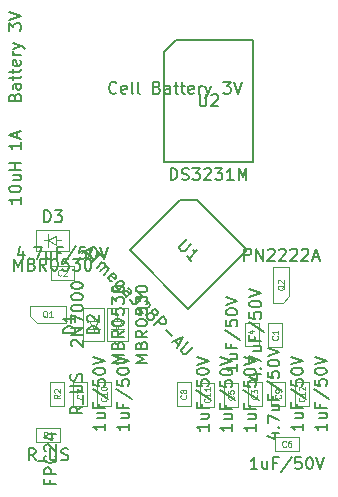
<source format=gbr>
G04 #@! TF.GenerationSoftware,KiCad,Pcbnew,5.0.2-bee76a0~70~ubuntu16.04.1*
G04 #@! TF.CreationDate,2019-03-15T02:00:50+08:00*
G04 #@! TF.ProjectId,OTP-v02,4f54502d-7630-4322-9e6b-696361645f70,v01*
G04 #@! TF.SameCoordinates,Original*
G04 #@! TF.FileFunction,Other,Fab,Top*
%FSLAX46Y46*%
G04 Gerber Fmt 4.6, Leading zero omitted, Abs format (unit mm)*
G04 Created by KiCad (PCBNEW 5.0.2-bee76a0~70~ubuntu16.04.1) date Friday, 15 March, 2019 02:00:50 AM PST*
%MOMM*%
%LPD*%
G01*
G04 APERTURE LIST*
%ADD10C,0.100000*%
%ADD11C,0.150000*%
%ADD12C,0.080000*%
%ADD13C,0.075000*%
G04 APERTURE END LIST*
D10*
G04 #@! TO.C,C11*
X122350000Y-92575000D02*
X122350000Y-94575000D01*
X121150000Y-92575000D02*
X122350000Y-92575000D01*
X121150000Y-94575000D02*
X121150000Y-92575000D01*
X122350000Y-94575000D02*
X121150000Y-94575000D01*
G04 #@! TO.C,C5*
X124350000Y-94575000D02*
X123150000Y-94575000D01*
X123150000Y-94575000D02*
X123150000Y-92575000D01*
X123150000Y-92575000D02*
X124350000Y-92575000D01*
X124350000Y-92575000D02*
X124350000Y-94575000D01*
G04 #@! TO.C,C1*
X126900000Y-89525000D02*
X126900000Y-87525000D01*
X128100000Y-89525000D02*
X126900000Y-89525000D01*
X128100000Y-87525000D02*
X128100000Y-89525000D01*
X126900000Y-87525000D02*
X128100000Y-87525000D01*
G04 #@! TO.C,C2*
X108475000Y-82650000D02*
X110475000Y-82650000D01*
X108475000Y-83850000D02*
X108475000Y-82650000D01*
X110475000Y-83850000D02*
X108475000Y-83850000D01*
X110475000Y-82650000D02*
X110475000Y-83850000D01*
G04 #@! TO.C,C3*
X126350000Y-94525000D02*
X125150000Y-94525000D01*
X125150000Y-94525000D02*
X125150000Y-92525000D01*
X125150000Y-92525000D02*
X126350000Y-92525000D01*
X126350000Y-92525000D02*
X126350000Y-94525000D01*
G04 #@! TO.C,C4*
X124900000Y-89475000D02*
X124900000Y-87475000D01*
X126100000Y-89475000D02*
X124900000Y-89475000D01*
X126100000Y-87475000D02*
X126100000Y-89475000D01*
X124900000Y-87475000D02*
X126100000Y-87475000D01*
G04 #@! TO.C,C6*
X127475000Y-98350000D02*
X127475000Y-97150000D01*
X127475000Y-97150000D02*
X129475000Y-97150000D01*
X129475000Y-97150000D02*
X129475000Y-98350000D01*
X129475000Y-98350000D02*
X127475000Y-98350000D01*
G04 #@! TO.C,C7*
X111600000Y-92500000D02*
X111600000Y-94500000D01*
X110400000Y-92500000D02*
X111600000Y-92500000D01*
X110400000Y-94500000D02*
X110400000Y-92500000D01*
X111600000Y-94500000D02*
X110400000Y-94500000D01*
G04 #@! TO.C,C9*
X128350000Y-92500000D02*
X128350000Y-94500000D01*
X127150000Y-92500000D02*
X128350000Y-92500000D01*
X127150000Y-94500000D02*
X127150000Y-92500000D01*
X128350000Y-94500000D02*
X127150000Y-94500000D01*
G04 #@! TO.C,C10*
X113600000Y-94500000D02*
X112400000Y-94500000D01*
X112400000Y-94500000D02*
X112400000Y-92500000D01*
X112400000Y-92500000D02*
X113600000Y-92500000D01*
X113600000Y-92500000D02*
X113600000Y-94500000D01*
G04 #@! TO.C,C12*
X130350000Y-94500000D02*
X129150000Y-94500000D01*
X129150000Y-94500000D02*
X129150000Y-92500000D01*
X129150000Y-92500000D02*
X130350000Y-92500000D01*
X130350000Y-92500000D02*
X130350000Y-94500000D01*
G04 #@! TO.C,D1*
X112117973Y-87362500D02*
X112117973Y-86862500D01*
X112517973Y-87362500D02*
X112117973Y-87962500D01*
X111717973Y-87362500D02*
X112517973Y-87362500D01*
X112117973Y-87962500D02*
X111717973Y-87362500D01*
X112117973Y-87962500D02*
X112667973Y-87962500D01*
X112117973Y-87962500D02*
X111567973Y-87962500D01*
X112117973Y-88362500D02*
X112117973Y-87962500D01*
X113017973Y-89012500D02*
X111217973Y-89012500D01*
X113017973Y-86212500D02*
X113017973Y-89012500D01*
X111217973Y-86212500D02*
X113017973Y-86212500D01*
X111217973Y-89012500D02*
X111217973Y-86212500D01*
G04 #@! TO.C,D2*
X113217973Y-89012500D02*
X113217973Y-86212500D01*
X113217973Y-86212500D02*
X115017973Y-86212500D01*
X115017973Y-86212500D02*
X115017973Y-89012500D01*
X115017973Y-89012500D02*
X113217973Y-89012500D01*
X114117973Y-88362500D02*
X114117973Y-87962500D01*
X114117973Y-87962500D02*
X113567973Y-87962500D01*
X114117973Y-87962500D02*
X114667973Y-87962500D01*
X114117973Y-87962500D02*
X113717973Y-87362500D01*
X113717973Y-87362500D02*
X114517973Y-87362500D01*
X114517973Y-87362500D02*
X114117973Y-87962500D01*
X114117973Y-87362500D02*
X114117973Y-86862500D01*
G04 #@! TO.C,D3*
X108900000Y-80500000D02*
X109400000Y-80500000D01*
X108900000Y-80900000D02*
X108300000Y-80500000D01*
X108900000Y-80100000D02*
X108900000Y-80900000D01*
X108300000Y-80500000D02*
X108900000Y-80100000D01*
X108300000Y-80500000D02*
X108300000Y-81050000D01*
X108300000Y-80500000D02*
X108300000Y-79950000D01*
X107900000Y-80500000D02*
X108300000Y-80500000D01*
X107250000Y-81400000D02*
X107250000Y-79600000D01*
X110050000Y-81400000D02*
X107250000Y-81400000D01*
X110050000Y-79600000D02*
X110050000Y-81400000D01*
X107250000Y-79600000D02*
X110050000Y-79600000D01*
G04 #@! TO.C,Q1*
X109770000Y-87450000D02*
X109770000Y-86050000D01*
X106730000Y-86050000D02*
X109770000Y-86050000D01*
X107300000Y-87450000D02*
X106730000Y-86900000D01*
X106730000Y-86900000D02*
X106730000Y-86050000D01*
X107300000Y-87450000D02*
X109750000Y-87450000D01*
G04 #@! TO.C,Q2*
X128700000Y-85200000D02*
X128700000Y-82750000D01*
X128150000Y-85770000D02*
X127300000Y-85770000D01*
X128700000Y-85200000D02*
X128150000Y-85770000D01*
X127300000Y-85770000D02*
X127300000Y-82730000D01*
X128700000Y-82730000D02*
X127300000Y-82730000D01*
G04 #@! TO.C,R1*
X109275000Y-97600000D02*
X107275000Y-97600000D01*
X109275000Y-96400000D02*
X109275000Y-97600000D01*
X107275000Y-96400000D02*
X109275000Y-96400000D01*
X107275000Y-97600000D02*
X107275000Y-96400000D01*
G04 #@! TO.C,R2*
X109648524Y-94488636D02*
X108448524Y-94488636D01*
X108448524Y-94488636D02*
X108448524Y-92488636D01*
X108448524Y-92488636D02*
X109648524Y-92488636D01*
X109648524Y-92488636D02*
X109648524Y-94488636D01*
D11*
G04 #@! TO.C,U1*
X120853375Y-77100683D02*
X125096015Y-81343324D01*
X125096015Y-81343324D02*
X120146268Y-86293071D01*
X120146268Y-86293071D02*
X115196521Y-81343324D01*
X115196521Y-81343324D02*
X119439161Y-77100683D01*
X119439161Y-77100683D02*
X120853375Y-77100683D01*
G04 #@! TO.C,U2*
X119100000Y-63525000D02*
X125600000Y-63525000D01*
X125600000Y-63525000D02*
X125600000Y-73825000D01*
X125600000Y-73825000D02*
X118100000Y-73825000D01*
X118100000Y-73825000D02*
X118100000Y-64525000D01*
X118100000Y-64525000D02*
X119100000Y-63525000D01*
D10*
G04 #@! TO.C,C8*
X120350000Y-94525000D02*
X119150000Y-94525000D01*
X119150000Y-94525000D02*
X119150000Y-92525000D01*
X119150000Y-92525000D02*
X120350000Y-92525000D01*
X120350000Y-92525000D02*
X120350000Y-94525000D01*
G04 #@! TD*
G04 #@! TO.C,J1*
D11*
X108428571Y-100809523D02*
X108428571Y-101142857D01*
X108952380Y-101142857D02*
X107952380Y-101142857D01*
X107952380Y-100666666D01*
X108952380Y-100285714D02*
X107952380Y-100285714D01*
X107952380Y-99904761D01*
X108000000Y-99809523D01*
X108047619Y-99761904D01*
X108142857Y-99714285D01*
X108285714Y-99714285D01*
X108380952Y-99761904D01*
X108428571Y-99809523D01*
X108476190Y-99904761D01*
X108476190Y-100285714D01*
X108857142Y-98714285D02*
X108904761Y-98761904D01*
X108952380Y-98904761D01*
X108952380Y-99000000D01*
X108904761Y-99142857D01*
X108809523Y-99238095D01*
X108714285Y-99285714D01*
X108523809Y-99333333D01*
X108380952Y-99333333D01*
X108190476Y-99285714D01*
X108095238Y-99238095D01*
X108000000Y-99142857D01*
X107952380Y-99000000D01*
X107952380Y-98904761D01*
X108000000Y-98761904D01*
X108047619Y-98714285D01*
X108047619Y-98333333D02*
X108000000Y-98285714D01*
X107952380Y-98190476D01*
X107952380Y-97952380D01*
X108000000Y-97857142D01*
X108047619Y-97809523D01*
X108142857Y-97761904D01*
X108238095Y-97761904D01*
X108380952Y-97809523D01*
X108952380Y-98380952D01*
X108952380Y-97761904D01*
X108285714Y-96904761D02*
X108952380Y-96904761D01*
X107904761Y-97142857D02*
X108619047Y-97380952D01*
X108619047Y-96761904D01*
G04 #@! TO.C,C11*
X123852380Y-96075000D02*
X123852380Y-96646428D01*
X123852380Y-96360714D02*
X122852380Y-96360714D01*
X122995238Y-96455952D01*
X123090476Y-96551190D01*
X123138095Y-96646428D01*
X123185714Y-95217857D02*
X123852380Y-95217857D01*
X123185714Y-95646428D02*
X123709523Y-95646428D01*
X123804761Y-95598809D01*
X123852380Y-95503571D01*
X123852380Y-95360714D01*
X123804761Y-95265476D01*
X123757142Y-95217857D01*
X123328571Y-94408333D02*
X123328571Y-94741666D01*
X123852380Y-94741666D02*
X122852380Y-94741666D01*
X122852380Y-94265476D01*
X122804761Y-93170238D02*
X124090476Y-94027380D01*
X122852380Y-92360714D02*
X122852380Y-92836904D01*
X123328571Y-92884523D01*
X123280952Y-92836904D01*
X123233333Y-92741666D01*
X123233333Y-92503571D01*
X123280952Y-92408333D01*
X123328571Y-92360714D01*
X123423809Y-92313095D01*
X123661904Y-92313095D01*
X123757142Y-92360714D01*
X123804761Y-92408333D01*
X123852380Y-92503571D01*
X123852380Y-92741666D01*
X123804761Y-92836904D01*
X123757142Y-92884523D01*
X122852380Y-91694047D02*
X122852380Y-91598809D01*
X122900000Y-91503571D01*
X122947619Y-91455952D01*
X123042857Y-91408333D01*
X123233333Y-91360714D01*
X123471428Y-91360714D01*
X123661904Y-91408333D01*
X123757142Y-91455952D01*
X123804761Y-91503571D01*
X123852380Y-91598809D01*
X123852380Y-91694047D01*
X123804761Y-91789285D01*
X123757142Y-91836904D01*
X123661904Y-91884523D01*
X123471428Y-91932142D01*
X123233333Y-91932142D01*
X123042857Y-91884523D01*
X122947619Y-91836904D01*
X122900000Y-91789285D01*
X122852380Y-91694047D01*
X122852380Y-91075000D02*
X123852380Y-90741666D01*
X122852380Y-90408333D01*
D12*
X121928571Y-93896428D02*
X121952380Y-93920238D01*
X121976190Y-93991666D01*
X121976190Y-94039285D01*
X121952380Y-94110714D01*
X121904761Y-94158333D01*
X121857142Y-94182142D01*
X121761904Y-94205952D01*
X121690476Y-94205952D01*
X121595238Y-94182142D01*
X121547619Y-94158333D01*
X121500000Y-94110714D01*
X121476190Y-94039285D01*
X121476190Y-93991666D01*
X121500000Y-93920238D01*
X121523809Y-93896428D01*
X121976190Y-93420238D02*
X121976190Y-93705952D01*
X121976190Y-93563095D02*
X121476190Y-93563095D01*
X121547619Y-93610714D01*
X121595238Y-93658333D01*
X121619047Y-93705952D01*
X121976190Y-92944047D02*
X121976190Y-93229761D01*
X121976190Y-93086904D02*
X121476190Y-93086904D01*
X121547619Y-93134523D01*
X121595238Y-93182142D01*
X121619047Y-93229761D01*
G04 #@! TO.C,C5*
D11*
X125852380Y-96075000D02*
X125852380Y-96646428D01*
X125852380Y-96360714D02*
X124852380Y-96360714D01*
X124995238Y-96455952D01*
X125090476Y-96551190D01*
X125138095Y-96646428D01*
X125185714Y-95217857D02*
X125852380Y-95217857D01*
X125185714Y-95646428D02*
X125709523Y-95646428D01*
X125804761Y-95598809D01*
X125852380Y-95503571D01*
X125852380Y-95360714D01*
X125804761Y-95265476D01*
X125757142Y-95217857D01*
X125328571Y-94408333D02*
X125328571Y-94741666D01*
X125852380Y-94741666D02*
X124852380Y-94741666D01*
X124852380Y-94265476D01*
X124804761Y-93170238D02*
X126090476Y-94027380D01*
X124852380Y-92360714D02*
X124852380Y-92836904D01*
X125328571Y-92884523D01*
X125280952Y-92836904D01*
X125233333Y-92741666D01*
X125233333Y-92503571D01*
X125280952Y-92408333D01*
X125328571Y-92360714D01*
X125423809Y-92313095D01*
X125661904Y-92313095D01*
X125757142Y-92360714D01*
X125804761Y-92408333D01*
X125852380Y-92503571D01*
X125852380Y-92741666D01*
X125804761Y-92836904D01*
X125757142Y-92884523D01*
X124852380Y-91694047D02*
X124852380Y-91598809D01*
X124900000Y-91503571D01*
X124947619Y-91455952D01*
X125042857Y-91408333D01*
X125233333Y-91360714D01*
X125471428Y-91360714D01*
X125661904Y-91408333D01*
X125757142Y-91455952D01*
X125804761Y-91503571D01*
X125852380Y-91598809D01*
X125852380Y-91694047D01*
X125804761Y-91789285D01*
X125757142Y-91836904D01*
X125661904Y-91884523D01*
X125471428Y-91932142D01*
X125233333Y-91932142D01*
X125042857Y-91884523D01*
X124947619Y-91836904D01*
X124900000Y-91789285D01*
X124852380Y-91694047D01*
X124852380Y-91075000D02*
X125852380Y-90741666D01*
X124852380Y-90408333D01*
D12*
X123928571Y-93658333D02*
X123952380Y-93682142D01*
X123976190Y-93753571D01*
X123976190Y-93801190D01*
X123952380Y-93872619D01*
X123904761Y-93920238D01*
X123857142Y-93944047D01*
X123761904Y-93967857D01*
X123690476Y-93967857D01*
X123595238Y-93944047D01*
X123547619Y-93920238D01*
X123500000Y-93872619D01*
X123476190Y-93801190D01*
X123476190Y-93753571D01*
X123500000Y-93682142D01*
X123523809Y-93658333D01*
X123476190Y-93205952D02*
X123476190Y-93444047D01*
X123714285Y-93467857D01*
X123690476Y-93444047D01*
X123666666Y-93396428D01*
X123666666Y-93277380D01*
X123690476Y-93229761D01*
X123714285Y-93205952D01*
X123761904Y-93182142D01*
X123880952Y-93182142D01*
X123928571Y-93205952D01*
X123952380Y-93229761D01*
X123976190Y-93277380D01*
X123976190Y-93396428D01*
X123952380Y-93444047D01*
X123928571Y-93467857D01*
G04 #@! TO.C,BT1*
D11*
X105428571Y-68357142D02*
X105476190Y-68214285D01*
X105523809Y-68166666D01*
X105619047Y-68119047D01*
X105761904Y-68119047D01*
X105857142Y-68166666D01*
X105904761Y-68214285D01*
X105952380Y-68309523D01*
X105952380Y-68690476D01*
X104952380Y-68690476D01*
X104952380Y-68357142D01*
X105000000Y-68261904D01*
X105047619Y-68214285D01*
X105142857Y-68166666D01*
X105238095Y-68166666D01*
X105333333Y-68214285D01*
X105380952Y-68261904D01*
X105428571Y-68357142D01*
X105428571Y-68690476D01*
X105952380Y-67261904D02*
X105428571Y-67261904D01*
X105333333Y-67309523D01*
X105285714Y-67404761D01*
X105285714Y-67595238D01*
X105333333Y-67690476D01*
X105904761Y-67261904D02*
X105952380Y-67357142D01*
X105952380Y-67595238D01*
X105904761Y-67690476D01*
X105809523Y-67738095D01*
X105714285Y-67738095D01*
X105619047Y-67690476D01*
X105571428Y-67595238D01*
X105571428Y-67357142D01*
X105523809Y-67261904D01*
X105285714Y-66928571D02*
X105285714Y-66547619D01*
X104952380Y-66785714D02*
X105809523Y-66785714D01*
X105904761Y-66738095D01*
X105952380Y-66642857D01*
X105952380Y-66547619D01*
X105285714Y-66357142D02*
X105285714Y-65976190D01*
X104952380Y-66214285D02*
X105809523Y-66214285D01*
X105904761Y-66166666D01*
X105952380Y-66071428D01*
X105952380Y-65976190D01*
X105904761Y-65261904D02*
X105952380Y-65357142D01*
X105952380Y-65547619D01*
X105904761Y-65642857D01*
X105809523Y-65690476D01*
X105428571Y-65690476D01*
X105333333Y-65642857D01*
X105285714Y-65547619D01*
X105285714Y-65357142D01*
X105333333Y-65261904D01*
X105428571Y-65214285D01*
X105523809Y-65214285D01*
X105619047Y-65690476D01*
X105952380Y-64785714D02*
X105285714Y-64785714D01*
X105476190Y-64785714D02*
X105380952Y-64738095D01*
X105333333Y-64690476D01*
X105285714Y-64595238D01*
X105285714Y-64500000D01*
X105285714Y-64261904D02*
X105952380Y-64023809D01*
X105285714Y-63785714D02*
X105952380Y-64023809D01*
X106190476Y-64119047D01*
X106238095Y-64166666D01*
X106285714Y-64261904D01*
X104952380Y-62738095D02*
X104952380Y-62119047D01*
X105333333Y-62452380D01*
X105333333Y-62309523D01*
X105380952Y-62214285D01*
X105428571Y-62166666D01*
X105523809Y-62119047D01*
X105761904Y-62119047D01*
X105857142Y-62166666D01*
X105904761Y-62214285D01*
X105952380Y-62309523D01*
X105952380Y-62595238D01*
X105904761Y-62690476D01*
X105857142Y-62738095D01*
X104952380Y-61833333D02*
X105952380Y-61500000D01*
X104952380Y-61166666D01*
G04 #@! TO.C,BT2*
X114057619Y-67977142D02*
X114010000Y-68024761D01*
X113867142Y-68072380D01*
X113771904Y-68072380D01*
X113629047Y-68024761D01*
X113533809Y-67929523D01*
X113486190Y-67834285D01*
X113438571Y-67643809D01*
X113438571Y-67500952D01*
X113486190Y-67310476D01*
X113533809Y-67215238D01*
X113629047Y-67120000D01*
X113771904Y-67072380D01*
X113867142Y-67072380D01*
X114010000Y-67120000D01*
X114057619Y-67167619D01*
X114867142Y-68024761D02*
X114771904Y-68072380D01*
X114581428Y-68072380D01*
X114486190Y-68024761D01*
X114438571Y-67929523D01*
X114438571Y-67548571D01*
X114486190Y-67453333D01*
X114581428Y-67405714D01*
X114771904Y-67405714D01*
X114867142Y-67453333D01*
X114914761Y-67548571D01*
X114914761Y-67643809D01*
X114438571Y-67739047D01*
X115486190Y-68072380D02*
X115390952Y-68024761D01*
X115343333Y-67929523D01*
X115343333Y-67072380D01*
X116010000Y-68072380D02*
X115914761Y-68024761D01*
X115867142Y-67929523D01*
X115867142Y-67072380D01*
X117486190Y-67548571D02*
X117629047Y-67596190D01*
X117676666Y-67643809D01*
X117724285Y-67739047D01*
X117724285Y-67881904D01*
X117676666Y-67977142D01*
X117629047Y-68024761D01*
X117533809Y-68072380D01*
X117152857Y-68072380D01*
X117152857Y-67072380D01*
X117486190Y-67072380D01*
X117581428Y-67120000D01*
X117629047Y-67167619D01*
X117676666Y-67262857D01*
X117676666Y-67358095D01*
X117629047Y-67453333D01*
X117581428Y-67500952D01*
X117486190Y-67548571D01*
X117152857Y-67548571D01*
X118581428Y-68072380D02*
X118581428Y-67548571D01*
X118533809Y-67453333D01*
X118438571Y-67405714D01*
X118248095Y-67405714D01*
X118152857Y-67453333D01*
X118581428Y-68024761D02*
X118486190Y-68072380D01*
X118248095Y-68072380D01*
X118152857Y-68024761D01*
X118105238Y-67929523D01*
X118105238Y-67834285D01*
X118152857Y-67739047D01*
X118248095Y-67691428D01*
X118486190Y-67691428D01*
X118581428Y-67643809D01*
X118914761Y-67405714D02*
X119295714Y-67405714D01*
X119057619Y-67072380D02*
X119057619Y-67929523D01*
X119105238Y-68024761D01*
X119200476Y-68072380D01*
X119295714Y-68072380D01*
X119486190Y-67405714D02*
X119867142Y-67405714D01*
X119629047Y-67072380D02*
X119629047Y-67929523D01*
X119676666Y-68024761D01*
X119771904Y-68072380D01*
X119867142Y-68072380D01*
X120581428Y-68024761D02*
X120486190Y-68072380D01*
X120295714Y-68072380D01*
X120200476Y-68024761D01*
X120152857Y-67929523D01*
X120152857Y-67548571D01*
X120200476Y-67453333D01*
X120295714Y-67405714D01*
X120486190Y-67405714D01*
X120581428Y-67453333D01*
X120629047Y-67548571D01*
X120629047Y-67643809D01*
X120152857Y-67739047D01*
X121057619Y-68072380D02*
X121057619Y-67405714D01*
X121057619Y-67596190D02*
X121105238Y-67500952D01*
X121152857Y-67453333D01*
X121248095Y-67405714D01*
X121343333Y-67405714D01*
X121581428Y-67405714D02*
X121819523Y-68072380D01*
X122057619Y-67405714D02*
X121819523Y-68072380D01*
X121724285Y-68310476D01*
X121676666Y-68358095D01*
X121581428Y-68405714D01*
X123105238Y-67072380D02*
X123724285Y-67072380D01*
X123390952Y-67453333D01*
X123533809Y-67453333D01*
X123629047Y-67500952D01*
X123676666Y-67548571D01*
X123724285Y-67643809D01*
X123724285Y-67881904D01*
X123676666Y-67977142D01*
X123629047Y-68024761D01*
X123533809Y-68072380D01*
X123248095Y-68072380D01*
X123152857Y-68024761D01*
X123105238Y-67977142D01*
X124010000Y-67072380D02*
X124343333Y-68072380D01*
X124676666Y-67072380D01*
G04 #@! TO.C,C1*
X125635714Y-91834523D02*
X126302380Y-91834523D01*
X125254761Y-92072619D02*
X125969047Y-92310714D01*
X125969047Y-91691666D01*
X126207142Y-91310714D02*
X126254761Y-91263095D01*
X126302380Y-91310714D01*
X126254761Y-91358333D01*
X126207142Y-91310714D01*
X126302380Y-91310714D01*
X125302380Y-90929761D02*
X125302380Y-90263095D01*
X126302380Y-90691666D01*
X125635714Y-89453571D02*
X126302380Y-89453571D01*
X125635714Y-89882142D02*
X126159523Y-89882142D01*
X126254761Y-89834523D01*
X126302380Y-89739285D01*
X126302380Y-89596428D01*
X126254761Y-89501190D01*
X126207142Y-89453571D01*
X125778571Y-88644047D02*
X125778571Y-88977380D01*
X126302380Y-88977380D02*
X125302380Y-88977380D01*
X125302380Y-88501190D01*
X125254761Y-87405952D02*
X126540476Y-88263095D01*
X125302380Y-86596428D02*
X125302380Y-87072619D01*
X125778571Y-87120238D01*
X125730952Y-87072619D01*
X125683333Y-86977380D01*
X125683333Y-86739285D01*
X125730952Y-86644047D01*
X125778571Y-86596428D01*
X125873809Y-86548809D01*
X126111904Y-86548809D01*
X126207142Y-86596428D01*
X126254761Y-86644047D01*
X126302380Y-86739285D01*
X126302380Y-86977380D01*
X126254761Y-87072619D01*
X126207142Y-87120238D01*
X125302380Y-85929761D02*
X125302380Y-85834523D01*
X125350000Y-85739285D01*
X125397619Y-85691666D01*
X125492857Y-85644047D01*
X125683333Y-85596428D01*
X125921428Y-85596428D01*
X126111904Y-85644047D01*
X126207142Y-85691666D01*
X126254761Y-85739285D01*
X126302380Y-85834523D01*
X126302380Y-85929761D01*
X126254761Y-86025000D01*
X126207142Y-86072619D01*
X126111904Y-86120238D01*
X125921428Y-86167857D01*
X125683333Y-86167857D01*
X125492857Y-86120238D01*
X125397619Y-86072619D01*
X125350000Y-86025000D01*
X125302380Y-85929761D01*
X125302380Y-85310714D02*
X126302380Y-84977380D01*
X125302380Y-84644047D01*
D12*
X127678571Y-88608333D02*
X127702380Y-88632142D01*
X127726190Y-88703571D01*
X127726190Y-88751190D01*
X127702380Y-88822619D01*
X127654761Y-88870238D01*
X127607142Y-88894047D01*
X127511904Y-88917857D01*
X127440476Y-88917857D01*
X127345238Y-88894047D01*
X127297619Y-88870238D01*
X127250000Y-88822619D01*
X127226190Y-88751190D01*
X127226190Y-88703571D01*
X127250000Y-88632142D01*
X127273809Y-88608333D01*
X127726190Y-88132142D02*
X127726190Y-88417857D01*
X127726190Y-88275000D02*
X127226190Y-88275000D01*
X127297619Y-88322619D01*
X127345238Y-88370238D01*
X127369047Y-88417857D01*
G04 #@! TO.C,C2*
D11*
X106165476Y-81385714D02*
X106165476Y-82052380D01*
X105927380Y-81004761D02*
X105689285Y-81719047D01*
X106308333Y-81719047D01*
X106689285Y-81957142D02*
X106736904Y-82004761D01*
X106689285Y-82052380D01*
X106641666Y-82004761D01*
X106689285Y-81957142D01*
X106689285Y-82052380D01*
X107070238Y-81052380D02*
X107736904Y-81052380D01*
X107308333Y-82052380D01*
X108546428Y-81385714D02*
X108546428Y-82052380D01*
X108117857Y-81385714D02*
X108117857Y-81909523D01*
X108165476Y-82004761D01*
X108260714Y-82052380D01*
X108403571Y-82052380D01*
X108498809Y-82004761D01*
X108546428Y-81957142D01*
X109355952Y-81528571D02*
X109022619Y-81528571D01*
X109022619Y-82052380D02*
X109022619Y-81052380D01*
X109498809Y-81052380D01*
X110594047Y-81004761D02*
X109736904Y-82290476D01*
X111403571Y-81052380D02*
X110927380Y-81052380D01*
X110879761Y-81528571D01*
X110927380Y-81480952D01*
X111022619Y-81433333D01*
X111260714Y-81433333D01*
X111355952Y-81480952D01*
X111403571Y-81528571D01*
X111451190Y-81623809D01*
X111451190Y-81861904D01*
X111403571Y-81957142D01*
X111355952Y-82004761D01*
X111260714Y-82052380D01*
X111022619Y-82052380D01*
X110927380Y-82004761D01*
X110879761Y-81957142D01*
X112070238Y-81052380D02*
X112165476Y-81052380D01*
X112260714Y-81100000D01*
X112308333Y-81147619D01*
X112355952Y-81242857D01*
X112403571Y-81433333D01*
X112403571Y-81671428D01*
X112355952Y-81861904D01*
X112308333Y-81957142D01*
X112260714Y-82004761D01*
X112165476Y-82052380D01*
X112070238Y-82052380D01*
X111975000Y-82004761D01*
X111927380Y-81957142D01*
X111879761Y-81861904D01*
X111832142Y-81671428D01*
X111832142Y-81433333D01*
X111879761Y-81242857D01*
X111927380Y-81147619D01*
X111975000Y-81100000D01*
X112070238Y-81052380D01*
X112689285Y-81052380D02*
X113022619Y-82052380D01*
X113355952Y-81052380D01*
D12*
X109391666Y-83428571D02*
X109367857Y-83452380D01*
X109296428Y-83476190D01*
X109248809Y-83476190D01*
X109177380Y-83452380D01*
X109129761Y-83404761D01*
X109105952Y-83357142D01*
X109082142Y-83261904D01*
X109082142Y-83190476D01*
X109105952Y-83095238D01*
X109129761Y-83047619D01*
X109177380Y-83000000D01*
X109248809Y-82976190D01*
X109296428Y-82976190D01*
X109367857Y-83000000D01*
X109391666Y-83023809D01*
X109582142Y-83023809D02*
X109605952Y-83000000D01*
X109653571Y-82976190D01*
X109772619Y-82976190D01*
X109820238Y-83000000D01*
X109844047Y-83023809D01*
X109867857Y-83071428D01*
X109867857Y-83119047D01*
X109844047Y-83190476D01*
X109558333Y-83476190D01*
X109867857Y-83476190D01*
G04 #@! TO.C,C3*
D11*
X127185714Y-96834523D02*
X127852380Y-96834523D01*
X126804761Y-97072619D02*
X127519047Y-97310714D01*
X127519047Y-96691666D01*
X127757142Y-96310714D02*
X127804761Y-96263095D01*
X127852380Y-96310714D01*
X127804761Y-96358333D01*
X127757142Y-96310714D01*
X127852380Y-96310714D01*
X126852380Y-95929761D02*
X126852380Y-95263095D01*
X127852380Y-95691666D01*
X127185714Y-94453571D02*
X127852380Y-94453571D01*
X127185714Y-94882142D02*
X127709523Y-94882142D01*
X127804761Y-94834523D01*
X127852380Y-94739285D01*
X127852380Y-94596428D01*
X127804761Y-94501190D01*
X127757142Y-94453571D01*
X127328571Y-93644047D02*
X127328571Y-93977380D01*
X127852380Y-93977380D02*
X126852380Y-93977380D01*
X126852380Y-93501190D01*
X126804761Y-92405952D02*
X128090476Y-93263095D01*
X126852380Y-91596428D02*
X126852380Y-92072619D01*
X127328571Y-92120238D01*
X127280952Y-92072619D01*
X127233333Y-91977380D01*
X127233333Y-91739285D01*
X127280952Y-91644047D01*
X127328571Y-91596428D01*
X127423809Y-91548809D01*
X127661904Y-91548809D01*
X127757142Y-91596428D01*
X127804761Y-91644047D01*
X127852380Y-91739285D01*
X127852380Y-91977380D01*
X127804761Y-92072619D01*
X127757142Y-92120238D01*
X126852380Y-90929761D02*
X126852380Y-90834523D01*
X126900000Y-90739285D01*
X126947619Y-90691666D01*
X127042857Y-90644047D01*
X127233333Y-90596428D01*
X127471428Y-90596428D01*
X127661904Y-90644047D01*
X127757142Y-90691666D01*
X127804761Y-90739285D01*
X127852380Y-90834523D01*
X127852380Y-90929761D01*
X127804761Y-91025000D01*
X127757142Y-91072619D01*
X127661904Y-91120238D01*
X127471428Y-91167857D01*
X127233333Y-91167857D01*
X127042857Y-91120238D01*
X126947619Y-91072619D01*
X126900000Y-91025000D01*
X126852380Y-90929761D01*
X126852380Y-90310714D02*
X127852380Y-89977380D01*
X126852380Y-89644047D01*
D12*
X125928571Y-93608333D02*
X125952380Y-93632142D01*
X125976190Y-93703571D01*
X125976190Y-93751190D01*
X125952380Y-93822619D01*
X125904761Y-93870238D01*
X125857142Y-93894047D01*
X125761904Y-93917857D01*
X125690476Y-93917857D01*
X125595238Y-93894047D01*
X125547619Y-93870238D01*
X125500000Y-93822619D01*
X125476190Y-93751190D01*
X125476190Y-93703571D01*
X125500000Y-93632142D01*
X125523809Y-93608333D01*
X125476190Y-93441666D02*
X125476190Y-93132142D01*
X125666666Y-93298809D01*
X125666666Y-93227380D01*
X125690476Y-93179761D01*
X125714285Y-93155952D01*
X125761904Y-93132142D01*
X125880952Y-93132142D01*
X125928571Y-93155952D01*
X125952380Y-93179761D01*
X125976190Y-93227380D01*
X125976190Y-93370238D01*
X125952380Y-93417857D01*
X125928571Y-93441666D01*
G04 #@! TO.C,C4*
D11*
X124302380Y-90975000D02*
X124302380Y-91546428D01*
X124302380Y-91260714D02*
X123302380Y-91260714D01*
X123445238Y-91355952D01*
X123540476Y-91451190D01*
X123588095Y-91546428D01*
X123635714Y-90117857D02*
X124302380Y-90117857D01*
X123635714Y-90546428D02*
X124159523Y-90546428D01*
X124254761Y-90498809D01*
X124302380Y-90403571D01*
X124302380Y-90260714D01*
X124254761Y-90165476D01*
X124207142Y-90117857D01*
X123778571Y-89308333D02*
X123778571Y-89641666D01*
X124302380Y-89641666D02*
X123302380Y-89641666D01*
X123302380Y-89165476D01*
X123254761Y-88070238D02*
X124540476Y-88927380D01*
X123302380Y-87260714D02*
X123302380Y-87736904D01*
X123778571Y-87784523D01*
X123730952Y-87736904D01*
X123683333Y-87641666D01*
X123683333Y-87403571D01*
X123730952Y-87308333D01*
X123778571Y-87260714D01*
X123873809Y-87213095D01*
X124111904Y-87213095D01*
X124207142Y-87260714D01*
X124254761Y-87308333D01*
X124302380Y-87403571D01*
X124302380Y-87641666D01*
X124254761Y-87736904D01*
X124207142Y-87784523D01*
X123302380Y-86594047D02*
X123302380Y-86498809D01*
X123350000Y-86403571D01*
X123397619Y-86355952D01*
X123492857Y-86308333D01*
X123683333Y-86260714D01*
X123921428Y-86260714D01*
X124111904Y-86308333D01*
X124207142Y-86355952D01*
X124254761Y-86403571D01*
X124302380Y-86498809D01*
X124302380Y-86594047D01*
X124254761Y-86689285D01*
X124207142Y-86736904D01*
X124111904Y-86784523D01*
X123921428Y-86832142D01*
X123683333Y-86832142D01*
X123492857Y-86784523D01*
X123397619Y-86736904D01*
X123350000Y-86689285D01*
X123302380Y-86594047D01*
X123302380Y-85975000D02*
X124302380Y-85641666D01*
X123302380Y-85308333D01*
D12*
X125678571Y-88558333D02*
X125702380Y-88582142D01*
X125726190Y-88653571D01*
X125726190Y-88701190D01*
X125702380Y-88772619D01*
X125654761Y-88820238D01*
X125607142Y-88844047D01*
X125511904Y-88867857D01*
X125440476Y-88867857D01*
X125345238Y-88844047D01*
X125297619Y-88820238D01*
X125250000Y-88772619D01*
X125226190Y-88701190D01*
X125226190Y-88653571D01*
X125250000Y-88582142D01*
X125273809Y-88558333D01*
X125392857Y-88129761D02*
X125726190Y-88129761D01*
X125202380Y-88248809D02*
X125559523Y-88367857D01*
X125559523Y-88058333D01*
G04 #@! TO.C,C6*
D11*
X125975000Y-99852380D02*
X125403571Y-99852380D01*
X125689285Y-99852380D02*
X125689285Y-98852380D01*
X125594047Y-98995238D01*
X125498809Y-99090476D01*
X125403571Y-99138095D01*
X126832142Y-99185714D02*
X126832142Y-99852380D01*
X126403571Y-99185714D02*
X126403571Y-99709523D01*
X126451190Y-99804761D01*
X126546428Y-99852380D01*
X126689285Y-99852380D01*
X126784523Y-99804761D01*
X126832142Y-99757142D01*
X127641666Y-99328571D02*
X127308333Y-99328571D01*
X127308333Y-99852380D02*
X127308333Y-98852380D01*
X127784523Y-98852380D01*
X128879761Y-98804761D02*
X128022619Y-100090476D01*
X129689285Y-98852380D02*
X129213095Y-98852380D01*
X129165476Y-99328571D01*
X129213095Y-99280952D01*
X129308333Y-99233333D01*
X129546428Y-99233333D01*
X129641666Y-99280952D01*
X129689285Y-99328571D01*
X129736904Y-99423809D01*
X129736904Y-99661904D01*
X129689285Y-99757142D01*
X129641666Y-99804761D01*
X129546428Y-99852380D01*
X129308333Y-99852380D01*
X129213095Y-99804761D01*
X129165476Y-99757142D01*
X130355952Y-98852380D02*
X130451190Y-98852380D01*
X130546428Y-98900000D01*
X130594047Y-98947619D01*
X130641666Y-99042857D01*
X130689285Y-99233333D01*
X130689285Y-99471428D01*
X130641666Y-99661904D01*
X130594047Y-99757142D01*
X130546428Y-99804761D01*
X130451190Y-99852380D01*
X130355952Y-99852380D01*
X130260714Y-99804761D01*
X130213095Y-99757142D01*
X130165476Y-99661904D01*
X130117857Y-99471428D01*
X130117857Y-99233333D01*
X130165476Y-99042857D01*
X130213095Y-98947619D01*
X130260714Y-98900000D01*
X130355952Y-98852380D01*
X130975000Y-98852380D02*
X131308333Y-99852380D01*
X131641666Y-98852380D01*
D12*
X128391666Y-97928571D02*
X128367857Y-97952380D01*
X128296428Y-97976190D01*
X128248809Y-97976190D01*
X128177380Y-97952380D01*
X128129761Y-97904761D01*
X128105952Y-97857142D01*
X128082142Y-97761904D01*
X128082142Y-97690476D01*
X128105952Y-97595238D01*
X128129761Y-97547619D01*
X128177380Y-97500000D01*
X128248809Y-97476190D01*
X128296428Y-97476190D01*
X128367857Y-97500000D01*
X128391666Y-97523809D01*
X128820238Y-97476190D02*
X128725000Y-97476190D01*
X128677380Y-97500000D01*
X128653571Y-97523809D01*
X128605952Y-97595238D01*
X128582142Y-97690476D01*
X128582142Y-97880952D01*
X128605952Y-97928571D01*
X128629761Y-97952380D01*
X128677380Y-97976190D01*
X128772619Y-97976190D01*
X128820238Y-97952380D01*
X128844047Y-97928571D01*
X128867857Y-97880952D01*
X128867857Y-97761904D01*
X128844047Y-97714285D01*
X128820238Y-97690476D01*
X128772619Y-97666666D01*
X128677380Y-97666666D01*
X128629761Y-97690476D01*
X128605952Y-97714285D01*
X128582142Y-97761904D01*
G04 #@! TO.C,C7*
D11*
X113102380Y-96000000D02*
X113102380Y-96571428D01*
X113102380Y-96285714D02*
X112102380Y-96285714D01*
X112245238Y-96380952D01*
X112340476Y-96476190D01*
X112388095Y-96571428D01*
X112435714Y-95142857D02*
X113102380Y-95142857D01*
X112435714Y-95571428D02*
X112959523Y-95571428D01*
X113054761Y-95523809D01*
X113102380Y-95428571D01*
X113102380Y-95285714D01*
X113054761Y-95190476D01*
X113007142Y-95142857D01*
X112578571Y-94333333D02*
X112578571Y-94666666D01*
X113102380Y-94666666D02*
X112102380Y-94666666D01*
X112102380Y-94190476D01*
X112054761Y-93095238D02*
X113340476Y-93952380D01*
X112102380Y-92285714D02*
X112102380Y-92761904D01*
X112578571Y-92809523D01*
X112530952Y-92761904D01*
X112483333Y-92666666D01*
X112483333Y-92428571D01*
X112530952Y-92333333D01*
X112578571Y-92285714D01*
X112673809Y-92238095D01*
X112911904Y-92238095D01*
X113007142Y-92285714D01*
X113054761Y-92333333D01*
X113102380Y-92428571D01*
X113102380Y-92666666D01*
X113054761Y-92761904D01*
X113007142Y-92809523D01*
X112102380Y-91619047D02*
X112102380Y-91523809D01*
X112150000Y-91428571D01*
X112197619Y-91380952D01*
X112292857Y-91333333D01*
X112483333Y-91285714D01*
X112721428Y-91285714D01*
X112911904Y-91333333D01*
X113007142Y-91380952D01*
X113054761Y-91428571D01*
X113102380Y-91523809D01*
X113102380Y-91619047D01*
X113054761Y-91714285D01*
X113007142Y-91761904D01*
X112911904Y-91809523D01*
X112721428Y-91857142D01*
X112483333Y-91857142D01*
X112292857Y-91809523D01*
X112197619Y-91761904D01*
X112150000Y-91714285D01*
X112102380Y-91619047D01*
X112102380Y-91000000D02*
X113102380Y-90666666D01*
X112102380Y-90333333D01*
D12*
X111178571Y-93583333D02*
X111202380Y-93607142D01*
X111226190Y-93678571D01*
X111226190Y-93726190D01*
X111202380Y-93797619D01*
X111154761Y-93845238D01*
X111107142Y-93869047D01*
X111011904Y-93892857D01*
X110940476Y-93892857D01*
X110845238Y-93869047D01*
X110797619Y-93845238D01*
X110750000Y-93797619D01*
X110726190Y-93726190D01*
X110726190Y-93678571D01*
X110750000Y-93607142D01*
X110773809Y-93583333D01*
X110726190Y-93416666D02*
X110726190Y-93083333D01*
X111226190Y-93297619D01*
G04 #@! TO.C,C9*
D11*
X129852380Y-96000000D02*
X129852380Y-96571428D01*
X129852380Y-96285714D02*
X128852380Y-96285714D01*
X128995238Y-96380952D01*
X129090476Y-96476190D01*
X129138095Y-96571428D01*
X129185714Y-95142857D02*
X129852380Y-95142857D01*
X129185714Y-95571428D02*
X129709523Y-95571428D01*
X129804761Y-95523809D01*
X129852380Y-95428571D01*
X129852380Y-95285714D01*
X129804761Y-95190476D01*
X129757142Y-95142857D01*
X129328571Y-94333333D02*
X129328571Y-94666666D01*
X129852380Y-94666666D02*
X128852380Y-94666666D01*
X128852380Y-94190476D01*
X128804761Y-93095238D02*
X130090476Y-93952380D01*
X128852380Y-92285714D02*
X128852380Y-92761904D01*
X129328571Y-92809523D01*
X129280952Y-92761904D01*
X129233333Y-92666666D01*
X129233333Y-92428571D01*
X129280952Y-92333333D01*
X129328571Y-92285714D01*
X129423809Y-92238095D01*
X129661904Y-92238095D01*
X129757142Y-92285714D01*
X129804761Y-92333333D01*
X129852380Y-92428571D01*
X129852380Y-92666666D01*
X129804761Y-92761904D01*
X129757142Y-92809523D01*
X128852380Y-91619047D02*
X128852380Y-91523809D01*
X128900000Y-91428571D01*
X128947619Y-91380952D01*
X129042857Y-91333333D01*
X129233333Y-91285714D01*
X129471428Y-91285714D01*
X129661904Y-91333333D01*
X129757142Y-91380952D01*
X129804761Y-91428571D01*
X129852380Y-91523809D01*
X129852380Y-91619047D01*
X129804761Y-91714285D01*
X129757142Y-91761904D01*
X129661904Y-91809523D01*
X129471428Y-91857142D01*
X129233333Y-91857142D01*
X129042857Y-91809523D01*
X128947619Y-91761904D01*
X128900000Y-91714285D01*
X128852380Y-91619047D01*
X128852380Y-91000000D02*
X129852380Y-90666666D01*
X128852380Y-90333333D01*
D12*
X127928571Y-93583333D02*
X127952380Y-93607142D01*
X127976190Y-93678571D01*
X127976190Y-93726190D01*
X127952380Y-93797619D01*
X127904761Y-93845238D01*
X127857142Y-93869047D01*
X127761904Y-93892857D01*
X127690476Y-93892857D01*
X127595238Y-93869047D01*
X127547619Y-93845238D01*
X127500000Y-93797619D01*
X127476190Y-93726190D01*
X127476190Y-93678571D01*
X127500000Y-93607142D01*
X127523809Y-93583333D01*
X127976190Y-93345238D02*
X127976190Y-93250000D01*
X127952380Y-93202380D01*
X127928571Y-93178571D01*
X127857142Y-93130952D01*
X127761904Y-93107142D01*
X127571428Y-93107142D01*
X127523809Y-93130952D01*
X127500000Y-93154761D01*
X127476190Y-93202380D01*
X127476190Y-93297619D01*
X127500000Y-93345238D01*
X127523809Y-93369047D01*
X127571428Y-93392857D01*
X127690476Y-93392857D01*
X127738095Y-93369047D01*
X127761904Y-93345238D01*
X127785714Y-93297619D01*
X127785714Y-93202380D01*
X127761904Y-93154761D01*
X127738095Y-93130952D01*
X127690476Y-93107142D01*
G04 #@! TO.C,C10*
D11*
X115102380Y-96000000D02*
X115102380Y-96571428D01*
X115102380Y-96285714D02*
X114102380Y-96285714D01*
X114245238Y-96380952D01*
X114340476Y-96476190D01*
X114388095Y-96571428D01*
X114435714Y-95142857D02*
X115102380Y-95142857D01*
X114435714Y-95571428D02*
X114959523Y-95571428D01*
X115054761Y-95523809D01*
X115102380Y-95428571D01*
X115102380Y-95285714D01*
X115054761Y-95190476D01*
X115007142Y-95142857D01*
X114578571Y-94333333D02*
X114578571Y-94666666D01*
X115102380Y-94666666D02*
X114102380Y-94666666D01*
X114102380Y-94190476D01*
X114054761Y-93095238D02*
X115340476Y-93952380D01*
X114102380Y-92285714D02*
X114102380Y-92761904D01*
X114578571Y-92809523D01*
X114530952Y-92761904D01*
X114483333Y-92666666D01*
X114483333Y-92428571D01*
X114530952Y-92333333D01*
X114578571Y-92285714D01*
X114673809Y-92238095D01*
X114911904Y-92238095D01*
X115007142Y-92285714D01*
X115054761Y-92333333D01*
X115102380Y-92428571D01*
X115102380Y-92666666D01*
X115054761Y-92761904D01*
X115007142Y-92809523D01*
X114102380Y-91619047D02*
X114102380Y-91523809D01*
X114150000Y-91428571D01*
X114197619Y-91380952D01*
X114292857Y-91333333D01*
X114483333Y-91285714D01*
X114721428Y-91285714D01*
X114911904Y-91333333D01*
X115007142Y-91380952D01*
X115054761Y-91428571D01*
X115102380Y-91523809D01*
X115102380Y-91619047D01*
X115054761Y-91714285D01*
X115007142Y-91761904D01*
X114911904Y-91809523D01*
X114721428Y-91857142D01*
X114483333Y-91857142D01*
X114292857Y-91809523D01*
X114197619Y-91761904D01*
X114150000Y-91714285D01*
X114102380Y-91619047D01*
X114102380Y-91000000D02*
X115102380Y-90666666D01*
X114102380Y-90333333D01*
D12*
X113178571Y-93821428D02*
X113202380Y-93845238D01*
X113226190Y-93916666D01*
X113226190Y-93964285D01*
X113202380Y-94035714D01*
X113154761Y-94083333D01*
X113107142Y-94107142D01*
X113011904Y-94130952D01*
X112940476Y-94130952D01*
X112845238Y-94107142D01*
X112797619Y-94083333D01*
X112750000Y-94035714D01*
X112726190Y-93964285D01*
X112726190Y-93916666D01*
X112750000Y-93845238D01*
X112773809Y-93821428D01*
X113226190Y-93345238D02*
X113226190Y-93630952D01*
X113226190Y-93488095D02*
X112726190Y-93488095D01*
X112797619Y-93535714D01*
X112845238Y-93583333D01*
X112869047Y-93630952D01*
X112726190Y-93035714D02*
X112726190Y-92988095D01*
X112750000Y-92940476D01*
X112773809Y-92916666D01*
X112821428Y-92892857D01*
X112916666Y-92869047D01*
X113035714Y-92869047D01*
X113130952Y-92892857D01*
X113178571Y-92916666D01*
X113202380Y-92940476D01*
X113226190Y-92988095D01*
X113226190Y-93035714D01*
X113202380Y-93083333D01*
X113178571Y-93107142D01*
X113130952Y-93130952D01*
X113035714Y-93154761D01*
X112916666Y-93154761D01*
X112821428Y-93130952D01*
X112773809Y-93107142D01*
X112750000Y-93083333D01*
X112726190Y-93035714D01*
G04 #@! TO.C,C12*
D11*
X131852380Y-96000000D02*
X131852380Y-96571428D01*
X131852380Y-96285714D02*
X130852380Y-96285714D01*
X130995238Y-96380952D01*
X131090476Y-96476190D01*
X131138095Y-96571428D01*
X131185714Y-95142857D02*
X131852380Y-95142857D01*
X131185714Y-95571428D02*
X131709523Y-95571428D01*
X131804761Y-95523809D01*
X131852380Y-95428571D01*
X131852380Y-95285714D01*
X131804761Y-95190476D01*
X131757142Y-95142857D01*
X131328571Y-94333333D02*
X131328571Y-94666666D01*
X131852380Y-94666666D02*
X130852380Y-94666666D01*
X130852380Y-94190476D01*
X130804761Y-93095238D02*
X132090476Y-93952380D01*
X130852380Y-92285714D02*
X130852380Y-92761904D01*
X131328571Y-92809523D01*
X131280952Y-92761904D01*
X131233333Y-92666666D01*
X131233333Y-92428571D01*
X131280952Y-92333333D01*
X131328571Y-92285714D01*
X131423809Y-92238095D01*
X131661904Y-92238095D01*
X131757142Y-92285714D01*
X131804761Y-92333333D01*
X131852380Y-92428571D01*
X131852380Y-92666666D01*
X131804761Y-92761904D01*
X131757142Y-92809523D01*
X130852380Y-91619047D02*
X130852380Y-91523809D01*
X130900000Y-91428571D01*
X130947619Y-91380952D01*
X131042857Y-91333333D01*
X131233333Y-91285714D01*
X131471428Y-91285714D01*
X131661904Y-91333333D01*
X131757142Y-91380952D01*
X131804761Y-91428571D01*
X131852380Y-91523809D01*
X131852380Y-91619047D01*
X131804761Y-91714285D01*
X131757142Y-91761904D01*
X131661904Y-91809523D01*
X131471428Y-91857142D01*
X131233333Y-91857142D01*
X131042857Y-91809523D01*
X130947619Y-91761904D01*
X130900000Y-91714285D01*
X130852380Y-91619047D01*
X130852380Y-91000000D02*
X131852380Y-90666666D01*
X130852380Y-90333333D01*
D12*
X129928571Y-93821428D02*
X129952380Y-93845238D01*
X129976190Y-93916666D01*
X129976190Y-93964285D01*
X129952380Y-94035714D01*
X129904761Y-94083333D01*
X129857142Y-94107142D01*
X129761904Y-94130952D01*
X129690476Y-94130952D01*
X129595238Y-94107142D01*
X129547619Y-94083333D01*
X129500000Y-94035714D01*
X129476190Y-93964285D01*
X129476190Y-93916666D01*
X129500000Y-93845238D01*
X129523809Y-93821428D01*
X129976190Y-93345238D02*
X129976190Y-93630952D01*
X129976190Y-93488095D02*
X129476190Y-93488095D01*
X129547619Y-93535714D01*
X129595238Y-93583333D01*
X129619047Y-93630952D01*
X129523809Y-93154761D02*
X129500000Y-93130952D01*
X129476190Y-93083333D01*
X129476190Y-92964285D01*
X129500000Y-92916666D01*
X129523809Y-92892857D01*
X129571428Y-92869047D01*
X129619047Y-92869047D01*
X129690476Y-92892857D01*
X129976190Y-93178571D01*
X129976190Y-92869047D01*
G04 #@! TO.C,D1*
D11*
X114670353Y-90850595D02*
X113670353Y-90850595D01*
X114384639Y-90517261D01*
X113670353Y-90183928D01*
X114670353Y-90183928D01*
X114146544Y-89374404D02*
X114194163Y-89231547D01*
X114241782Y-89183928D01*
X114337020Y-89136309D01*
X114479877Y-89136309D01*
X114575115Y-89183928D01*
X114622734Y-89231547D01*
X114670353Y-89326785D01*
X114670353Y-89707738D01*
X113670353Y-89707738D01*
X113670353Y-89374404D01*
X113717973Y-89279166D01*
X113765592Y-89231547D01*
X113860830Y-89183928D01*
X113956068Y-89183928D01*
X114051306Y-89231547D01*
X114098925Y-89279166D01*
X114146544Y-89374404D01*
X114146544Y-89707738D01*
X114670353Y-88136309D02*
X114194163Y-88469642D01*
X114670353Y-88707738D02*
X113670353Y-88707738D01*
X113670353Y-88326785D01*
X113717973Y-88231547D01*
X113765592Y-88183928D01*
X113860830Y-88136309D01*
X114003687Y-88136309D01*
X114098925Y-88183928D01*
X114146544Y-88231547D01*
X114194163Y-88326785D01*
X114194163Y-88707738D01*
X113670353Y-87517261D02*
X113670353Y-87422023D01*
X113717973Y-87326785D01*
X113765592Y-87279166D01*
X113860830Y-87231547D01*
X114051306Y-87183928D01*
X114289401Y-87183928D01*
X114479877Y-87231547D01*
X114575115Y-87279166D01*
X114622734Y-87326785D01*
X114670353Y-87422023D01*
X114670353Y-87517261D01*
X114622734Y-87612500D01*
X114575115Y-87660119D01*
X114479877Y-87707738D01*
X114289401Y-87755357D01*
X114051306Y-87755357D01*
X113860830Y-87707738D01*
X113765592Y-87660119D01*
X113717973Y-87612500D01*
X113670353Y-87517261D01*
X113670353Y-86279166D02*
X113670353Y-86755357D01*
X114146544Y-86802976D01*
X114098925Y-86755357D01*
X114051306Y-86660119D01*
X114051306Y-86422023D01*
X114098925Y-86326785D01*
X114146544Y-86279166D01*
X114241782Y-86231547D01*
X114479877Y-86231547D01*
X114575115Y-86279166D01*
X114622734Y-86326785D01*
X114670353Y-86422023D01*
X114670353Y-86660119D01*
X114622734Y-86755357D01*
X114575115Y-86802976D01*
X113670353Y-85898214D02*
X113670353Y-85279166D01*
X114051306Y-85612500D01*
X114051306Y-85469642D01*
X114098925Y-85374404D01*
X114146544Y-85326785D01*
X114241782Y-85279166D01*
X114479877Y-85279166D01*
X114575115Y-85326785D01*
X114622734Y-85374404D01*
X114670353Y-85469642D01*
X114670353Y-85755357D01*
X114622734Y-85850595D01*
X114575115Y-85898214D01*
X113670353Y-84660119D02*
X113670353Y-84564880D01*
X113717973Y-84469642D01*
X113765592Y-84422023D01*
X113860830Y-84374404D01*
X114051306Y-84326785D01*
X114289401Y-84326785D01*
X114479877Y-84374404D01*
X114575115Y-84422023D01*
X114622734Y-84469642D01*
X114670353Y-84564880D01*
X114670353Y-84660119D01*
X114622734Y-84755357D01*
X114575115Y-84802976D01*
X114479877Y-84850595D01*
X114289401Y-84898214D01*
X114051306Y-84898214D01*
X113860830Y-84850595D01*
X113765592Y-84802976D01*
X113717973Y-84755357D01*
X113670353Y-84660119D01*
X110570353Y-88350595D02*
X109570353Y-88350595D01*
X109570353Y-88112500D01*
X109617973Y-87969642D01*
X109713211Y-87874404D01*
X109808449Y-87826785D01*
X109998925Y-87779166D01*
X110141782Y-87779166D01*
X110332258Y-87826785D01*
X110427496Y-87874404D01*
X110522734Y-87969642D01*
X110570353Y-88112500D01*
X110570353Y-88350595D01*
X110570353Y-86826785D02*
X110570353Y-87398214D01*
X110570353Y-87112500D02*
X109570353Y-87112500D01*
X109713211Y-87207738D01*
X109808449Y-87302976D01*
X109856068Y-87398214D01*
G04 #@! TO.C,D2*
X116670353Y-90850595D02*
X115670353Y-90850595D01*
X116384639Y-90517261D01*
X115670353Y-90183928D01*
X116670353Y-90183928D01*
X116146544Y-89374404D02*
X116194163Y-89231547D01*
X116241782Y-89183928D01*
X116337020Y-89136309D01*
X116479877Y-89136309D01*
X116575115Y-89183928D01*
X116622734Y-89231547D01*
X116670353Y-89326785D01*
X116670353Y-89707738D01*
X115670353Y-89707738D01*
X115670353Y-89374404D01*
X115717973Y-89279166D01*
X115765592Y-89231547D01*
X115860830Y-89183928D01*
X115956068Y-89183928D01*
X116051306Y-89231547D01*
X116098925Y-89279166D01*
X116146544Y-89374404D01*
X116146544Y-89707738D01*
X116670353Y-88136309D02*
X116194163Y-88469642D01*
X116670353Y-88707738D02*
X115670353Y-88707738D01*
X115670353Y-88326785D01*
X115717973Y-88231547D01*
X115765592Y-88183928D01*
X115860830Y-88136309D01*
X116003687Y-88136309D01*
X116098925Y-88183928D01*
X116146544Y-88231547D01*
X116194163Y-88326785D01*
X116194163Y-88707738D01*
X115670353Y-87517261D02*
X115670353Y-87422023D01*
X115717973Y-87326785D01*
X115765592Y-87279166D01*
X115860830Y-87231547D01*
X116051306Y-87183928D01*
X116289401Y-87183928D01*
X116479877Y-87231547D01*
X116575115Y-87279166D01*
X116622734Y-87326785D01*
X116670353Y-87422023D01*
X116670353Y-87517261D01*
X116622734Y-87612500D01*
X116575115Y-87660119D01*
X116479877Y-87707738D01*
X116289401Y-87755357D01*
X116051306Y-87755357D01*
X115860830Y-87707738D01*
X115765592Y-87660119D01*
X115717973Y-87612500D01*
X115670353Y-87517261D01*
X115670353Y-86279166D02*
X115670353Y-86755357D01*
X116146544Y-86802976D01*
X116098925Y-86755357D01*
X116051306Y-86660119D01*
X116051306Y-86422023D01*
X116098925Y-86326785D01*
X116146544Y-86279166D01*
X116241782Y-86231547D01*
X116479877Y-86231547D01*
X116575115Y-86279166D01*
X116622734Y-86326785D01*
X116670353Y-86422023D01*
X116670353Y-86660119D01*
X116622734Y-86755357D01*
X116575115Y-86802976D01*
X115670353Y-85898214D02*
X115670353Y-85279166D01*
X116051306Y-85612500D01*
X116051306Y-85469642D01*
X116098925Y-85374404D01*
X116146544Y-85326785D01*
X116241782Y-85279166D01*
X116479877Y-85279166D01*
X116575115Y-85326785D01*
X116622734Y-85374404D01*
X116670353Y-85469642D01*
X116670353Y-85755357D01*
X116622734Y-85850595D01*
X116575115Y-85898214D01*
X115670353Y-84660119D02*
X115670353Y-84564880D01*
X115717973Y-84469642D01*
X115765592Y-84422023D01*
X115860830Y-84374404D01*
X116051306Y-84326785D01*
X116289401Y-84326785D01*
X116479877Y-84374404D01*
X116575115Y-84422023D01*
X116622734Y-84469642D01*
X116670353Y-84564880D01*
X116670353Y-84660119D01*
X116622734Y-84755357D01*
X116575115Y-84802976D01*
X116479877Y-84850595D01*
X116289401Y-84898214D01*
X116051306Y-84898214D01*
X115860830Y-84850595D01*
X115765592Y-84802976D01*
X115717973Y-84755357D01*
X115670353Y-84660119D01*
X112570353Y-88350595D02*
X111570353Y-88350595D01*
X111570353Y-88112500D01*
X111617973Y-87969642D01*
X111713211Y-87874404D01*
X111808449Y-87826785D01*
X111998925Y-87779166D01*
X112141782Y-87779166D01*
X112332258Y-87826785D01*
X112427496Y-87874404D01*
X112522734Y-87969642D01*
X112570353Y-88112500D01*
X112570353Y-88350595D01*
X111665592Y-87398214D02*
X111617973Y-87350595D01*
X111570353Y-87255357D01*
X111570353Y-87017261D01*
X111617973Y-86922023D01*
X111665592Y-86874404D01*
X111760830Y-86826785D01*
X111856068Y-86826785D01*
X111998925Y-86874404D01*
X112570353Y-87445833D01*
X112570353Y-86826785D01*
G04 #@! TO.C,D3*
X105411904Y-83052380D02*
X105411904Y-82052380D01*
X105745238Y-82766666D01*
X106078571Y-82052380D01*
X106078571Y-83052380D01*
X106888095Y-82528571D02*
X107030952Y-82576190D01*
X107078571Y-82623809D01*
X107126190Y-82719047D01*
X107126190Y-82861904D01*
X107078571Y-82957142D01*
X107030952Y-83004761D01*
X106935714Y-83052380D01*
X106554761Y-83052380D01*
X106554761Y-82052380D01*
X106888095Y-82052380D01*
X106983333Y-82100000D01*
X107030952Y-82147619D01*
X107078571Y-82242857D01*
X107078571Y-82338095D01*
X107030952Y-82433333D01*
X106983333Y-82480952D01*
X106888095Y-82528571D01*
X106554761Y-82528571D01*
X108126190Y-83052380D02*
X107792857Y-82576190D01*
X107554761Y-83052380D02*
X107554761Y-82052380D01*
X107935714Y-82052380D01*
X108030952Y-82100000D01*
X108078571Y-82147619D01*
X108126190Y-82242857D01*
X108126190Y-82385714D01*
X108078571Y-82480952D01*
X108030952Y-82528571D01*
X107935714Y-82576190D01*
X107554761Y-82576190D01*
X108745238Y-82052380D02*
X108840476Y-82052380D01*
X108935714Y-82100000D01*
X108983333Y-82147619D01*
X109030952Y-82242857D01*
X109078571Y-82433333D01*
X109078571Y-82671428D01*
X109030952Y-82861904D01*
X108983333Y-82957142D01*
X108935714Y-83004761D01*
X108840476Y-83052380D01*
X108745238Y-83052380D01*
X108650000Y-83004761D01*
X108602380Y-82957142D01*
X108554761Y-82861904D01*
X108507142Y-82671428D01*
X108507142Y-82433333D01*
X108554761Y-82242857D01*
X108602380Y-82147619D01*
X108650000Y-82100000D01*
X108745238Y-82052380D01*
X109983333Y-82052380D02*
X109507142Y-82052380D01*
X109459523Y-82528571D01*
X109507142Y-82480952D01*
X109602380Y-82433333D01*
X109840476Y-82433333D01*
X109935714Y-82480952D01*
X109983333Y-82528571D01*
X110030952Y-82623809D01*
X110030952Y-82861904D01*
X109983333Y-82957142D01*
X109935714Y-83004761D01*
X109840476Y-83052380D01*
X109602380Y-83052380D01*
X109507142Y-83004761D01*
X109459523Y-82957142D01*
X110364285Y-82052380D02*
X110983333Y-82052380D01*
X110650000Y-82433333D01*
X110792857Y-82433333D01*
X110888095Y-82480952D01*
X110935714Y-82528571D01*
X110983333Y-82623809D01*
X110983333Y-82861904D01*
X110935714Y-82957142D01*
X110888095Y-83004761D01*
X110792857Y-83052380D01*
X110507142Y-83052380D01*
X110411904Y-83004761D01*
X110364285Y-82957142D01*
X111602380Y-82052380D02*
X111697619Y-82052380D01*
X111792857Y-82100000D01*
X111840476Y-82147619D01*
X111888095Y-82242857D01*
X111935714Y-82433333D01*
X111935714Y-82671428D01*
X111888095Y-82861904D01*
X111840476Y-82957142D01*
X111792857Y-83004761D01*
X111697619Y-83052380D01*
X111602380Y-83052380D01*
X111507142Y-83004761D01*
X111459523Y-82957142D01*
X111411904Y-82861904D01*
X111364285Y-82671428D01*
X111364285Y-82433333D01*
X111411904Y-82242857D01*
X111459523Y-82147619D01*
X111507142Y-82100000D01*
X111602380Y-82052380D01*
X107911904Y-78952380D02*
X107911904Y-77952380D01*
X108150000Y-77952380D01*
X108292857Y-78000000D01*
X108388095Y-78095238D01*
X108435714Y-78190476D01*
X108483333Y-78380952D01*
X108483333Y-78523809D01*
X108435714Y-78714285D01*
X108388095Y-78809523D01*
X108292857Y-78904761D01*
X108150000Y-78952380D01*
X107911904Y-78952380D01*
X108816666Y-77952380D02*
X109435714Y-77952380D01*
X109102380Y-78333333D01*
X109245238Y-78333333D01*
X109340476Y-78380952D01*
X109388095Y-78428571D01*
X109435714Y-78523809D01*
X109435714Y-78761904D01*
X109388095Y-78857142D01*
X109340476Y-78904761D01*
X109245238Y-78952380D01*
X108959523Y-78952380D01*
X108864285Y-78904761D01*
X108816666Y-78857142D01*
G04 #@! TO.C,L1*
X105952380Y-76802380D02*
X105952380Y-77373809D01*
X105952380Y-77088095D02*
X104952380Y-77088095D01*
X105095238Y-77183333D01*
X105190476Y-77278571D01*
X105238095Y-77373809D01*
X104952380Y-76183333D02*
X104952380Y-76088095D01*
X105000000Y-75992857D01*
X105047619Y-75945238D01*
X105142857Y-75897619D01*
X105333333Y-75850000D01*
X105571428Y-75850000D01*
X105761904Y-75897619D01*
X105857142Y-75945238D01*
X105904761Y-75992857D01*
X105952380Y-76088095D01*
X105952380Y-76183333D01*
X105904761Y-76278571D01*
X105857142Y-76326190D01*
X105761904Y-76373809D01*
X105571428Y-76421428D01*
X105333333Y-76421428D01*
X105142857Y-76373809D01*
X105047619Y-76326190D01*
X105000000Y-76278571D01*
X104952380Y-76183333D01*
X105285714Y-74992857D02*
X105952380Y-74992857D01*
X105285714Y-75421428D02*
X105809523Y-75421428D01*
X105904761Y-75373809D01*
X105952380Y-75278571D01*
X105952380Y-75135714D01*
X105904761Y-75040476D01*
X105857142Y-74992857D01*
X105952380Y-74516666D02*
X104952380Y-74516666D01*
X105428571Y-74516666D02*
X105428571Y-73945238D01*
X105952380Y-73945238D02*
X104952380Y-73945238D01*
X105952380Y-72183333D02*
X105952380Y-72754761D01*
X105952380Y-72469047D02*
X104952380Y-72469047D01*
X105095238Y-72564285D01*
X105190476Y-72659523D01*
X105238095Y-72754761D01*
X105666666Y-71802380D02*
X105666666Y-71326190D01*
X105952380Y-71897619D02*
X104952380Y-71564285D01*
X105952380Y-71230952D01*
G04 #@! TO.C,Q1*
X110297619Y-89464285D02*
X110250000Y-89416666D01*
X110202380Y-89321428D01*
X110202380Y-89083333D01*
X110250000Y-88988095D01*
X110297619Y-88940476D01*
X110392857Y-88892857D01*
X110488095Y-88892857D01*
X110630952Y-88940476D01*
X111202380Y-89511904D01*
X111202380Y-88892857D01*
X111202380Y-88464285D02*
X110202380Y-88464285D01*
X111202380Y-87892857D01*
X110202380Y-87892857D01*
X110202380Y-87511904D02*
X110202380Y-86845238D01*
X111202380Y-87273809D01*
X110202380Y-86273809D02*
X110202380Y-86178571D01*
X110250000Y-86083333D01*
X110297619Y-86035714D01*
X110392857Y-85988095D01*
X110583333Y-85940476D01*
X110821428Y-85940476D01*
X111011904Y-85988095D01*
X111107142Y-86035714D01*
X111154761Y-86083333D01*
X111202380Y-86178571D01*
X111202380Y-86273809D01*
X111154761Y-86369047D01*
X111107142Y-86416666D01*
X111011904Y-86464285D01*
X110821428Y-86511904D01*
X110583333Y-86511904D01*
X110392857Y-86464285D01*
X110297619Y-86416666D01*
X110250000Y-86369047D01*
X110202380Y-86273809D01*
X110202380Y-85321428D02*
X110202380Y-85226190D01*
X110250000Y-85130952D01*
X110297619Y-85083333D01*
X110392857Y-85035714D01*
X110583333Y-84988095D01*
X110821428Y-84988095D01*
X111011904Y-85035714D01*
X111107142Y-85083333D01*
X111154761Y-85130952D01*
X111202380Y-85226190D01*
X111202380Y-85321428D01*
X111154761Y-85416666D01*
X111107142Y-85464285D01*
X111011904Y-85511904D01*
X110821428Y-85559523D01*
X110583333Y-85559523D01*
X110392857Y-85511904D01*
X110297619Y-85464285D01*
X110250000Y-85416666D01*
X110202380Y-85321428D01*
X110202380Y-84369047D02*
X110202380Y-84273809D01*
X110250000Y-84178571D01*
X110297619Y-84130952D01*
X110392857Y-84083333D01*
X110583333Y-84035714D01*
X110821428Y-84035714D01*
X111011904Y-84083333D01*
X111107142Y-84130952D01*
X111154761Y-84178571D01*
X111202380Y-84273809D01*
X111202380Y-84369047D01*
X111154761Y-84464285D01*
X111107142Y-84511904D01*
X111011904Y-84559523D01*
X110821428Y-84607142D01*
X110583333Y-84607142D01*
X110392857Y-84559523D01*
X110297619Y-84511904D01*
X110250000Y-84464285D01*
X110202380Y-84369047D01*
D13*
X108202380Y-87023809D02*
X108154761Y-87000000D01*
X108107142Y-86952380D01*
X108035714Y-86880952D01*
X107988095Y-86857142D01*
X107940476Y-86857142D01*
X107964285Y-86976190D02*
X107916666Y-86952380D01*
X107869047Y-86904761D01*
X107845238Y-86809523D01*
X107845238Y-86642857D01*
X107869047Y-86547619D01*
X107916666Y-86500000D01*
X107964285Y-86476190D01*
X108059523Y-86476190D01*
X108107142Y-86500000D01*
X108154761Y-86547619D01*
X108178571Y-86642857D01*
X108178571Y-86809523D01*
X108154761Y-86904761D01*
X108107142Y-86952380D01*
X108059523Y-86976190D01*
X107964285Y-86976190D01*
X108654761Y-86976190D02*
X108369047Y-86976190D01*
X108511904Y-86976190D02*
X108511904Y-86476190D01*
X108464285Y-86547619D01*
X108416666Y-86595238D01*
X108369047Y-86619047D01*
G04 #@! TO.C,Q2*
D11*
X124880952Y-82202380D02*
X124880952Y-81202380D01*
X125261904Y-81202380D01*
X125357142Y-81250000D01*
X125404761Y-81297619D01*
X125452380Y-81392857D01*
X125452380Y-81535714D01*
X125404761Y-81630952D01*
X125357142Y-81678571D01*
X125261904Y-81726190D01*
X124880952Y-81726190D01*
X125880952Y-82202380D02*
X125880952Y-81202380D01*
X126452380Y-82202380D01*
X126452380Y-81202380D01*
X126880952Y-81297619D02*
X126928571Y-81250000D01*
X127023809Y-81202380D01*
X127261904Y-81202380D01*
X127357142Y-81250000D01*
X127404761Y-81297619D01*
X127452380Y-81392857D01*
X127452380Y-81488095D01*
X127404761Y-81630952D01*
X126833333Y-82202380D01*
X127452380Y-82202380D01*
X127833333Y-81297619D02*
X127880952Y-81250000D01*
X127976190Y-81202380D01*
X128214285Y-81202380D01*
X128309523Y-81250000D01*
X128357142Y-81297619D01*
X128404761Y-81392857D01*
X128404761Y-81488095D01*
X128357142Y-81630952D01*
X127785714Y-82202380D01*
X128404761Y-82202380D01*
X128785714Y-81297619D02*
X128833333Y-81250000D01*
X128928571Y-81202380D01*
X129166666Y-81202380D01*
X129261904Y-81250000D01*
X129309523Y-81297619D01*
X129357142Y-81392857D01*
X129357142Y-81488095D01*
X129309523Y-81630952D01*
X128738095Y-82202380D01*
X129357142Y-82202380D01*
X129738095Y-81297619D02*
X129785714Y-81250000D01*
X129880952Y-81202380D01*
X130119047Y-81202380D01*
X130214285Y-81250000D01*
X130261904Y-81297619D01*
X130309523Y-81392857D01*
X130309523Y-81488095D01*
X130261904Y-81630952D01*
X129690476Y-82202380D01*
X130309523Y-82202380D01*
X130690476Y-81916666D02*
X131166666Y-81916666D01*
X130595238Y-82202380D02*
X130928571Y-81202380D01*
X131261904Y-82202380D01*
D13*
X128273809Y-84297619D02*
X128250000Y-84345238D01*
X128202380Y-84392857D01*
X128130952Y-84464285D01*
X128107142Y-84511904D01*
X128107142Y-84559523D01*
X128226190Y-84535714D02*
X128202380Y-84583333D01*
X128154761Y-84630952D01*
X128059523Y-84654761D01*
X127892857Y-84654761D01*
X127797619Y-84630952D01*
X127750000Y-84583333D01*
X127726190Y-84535714D01*
X127726190Y-84440476D01*
X127750000Y-84392857D01*
X127797619Y-84345238D01*
X127892857Y-84321428D01*
X128059523Y-84321428D01*
X128154761Y-84345238D01*
X128202380Y-84392857D01*
X128226190Y-84440476D01*
X128226190Y-84535714D01*
X127773809Y-84130952D02*
X127750000Y-84107142D01*
X127726190Y-84059523D01*
X127726190Y-83940476D01*
X127750000Y-83892857D01*
X127773809Y-83869047D01*
X127821428Y-83845238D01*
X127869047Y-83845238D01*
X127940476Y-83869047D01*
X128226190Y-84154761D01*
X128226190Y-83845238D01*
G04 #@! TO.C,R1*
D11*
X107203571Y-99102380D02*
X106870238Y-98626190D01*
X106632142Y-99102380D02*
X106632142Y-98102380D01*
X107013095Y-98102380D01*
X107108333Y-98150000D01*
X107155952Y-98197619D01*
X107203571Y-98292857D01*
X107203571Y-98435714D01*
X107155952Y-98530952D01*
X107108333Y-98578571D01*
X107013095Y-98626190D01*
X106632142Y-98626190D01*
X107394047Y-99197619D02*
X108155952Y-99197619D01*
X108394047Y-98102380D02*
X108394047Y-98911904D01*
X108441666Y-99007142D01*
X108489285Y-99054761D01*
X108584523Y-99102380D01*
X108775000Y-99102380D01*
X108870238Y-99054761D01*
X108917857Y-99007142D01*
X108965476Y-98911904D01*
X108965476Y-98102380D01*
X109394047Y-99054761D02*
X109536904Y-99102380D01*
X109775000Y-99102380D01*
X109870238Y-99054761D01*
X109917857Y-99007142D01*
X109965476Y-98911904D01*
X109965476Y-98816666D01*
X109917857Y-98721428D01*
X109870238Y-98673809D01*
X109775000Y-98626190D01*
X109584523Y-98578571D01*
X109489285Y-98530952D01*
X109441666Y-98483333D01*
X109394047Y-98388095D01*
X109394047Y-98292857D01*
X109441666Y-98197619D01*
X109489285Y-98150000D01*
X109584523Y-98102380D01*
X109822619Y-98102380D01*
X109965476Y-98150000D01*
D12*
X108191666Y-97226190D02*
X108025000Y-96988095D01*
X107905952Y-97226190D02*
X107905952Y-96726190D01*
X108096428Y-96726190D01*
X108144047Y-96750000D01*
X108167857Y-96773809D01*
X108191666Y-96821428D01*
X108191666Y-96892857D01*
X108167857Y-96940476D01*
X108144047Y-96964285D01*
X108096428Y-96988095D01*
X107905952Y-96988095D01*
X108667857Y-97226190D02*
X108382142Y-97226190D01*
X108525000Y-97226190D02*
X108525000Y-96726190D01*
X108477380Y-96797619D01*
X108429761Y-96845238D01*
X108382142Y-96869047D01*
G04 #@! TO.C,R2*
D11*
X111150904Y-94560064D02*
X110674714Y-94893397D01*
X111150904Y-95131493D02*
X110150904Y-95131493D01*
X110150904Y-94750540D01*
X110198524Y-94655302D01*
X110246143Y-94607683D01*
X110341381Y-94560064D01*
X110484238Y-94560064D01*
X110579476Y-94607683D01*
X110627095Y-94655302D01*
X110674714Y-94750540D01*
X110674714Y-95131493D01*
X111246143Y-94369588D02*
X111246143Y-93607683D01*
X110150904Y-93369588D02*
X110960428Y-93369588D01*
X111055666Y-93321969D01*
X111103285Y-93274350D01*
X111150904Y-93179112D01*
X111150904Y-92988636D01*
X111103285Y-92893397D01*
X111055666Y-92845778D01*
X110960428Y-92798159D01*
X110150904Y-92798159D01*
X111103285Y-92369588D02*
X111150904Y-92226731D01*
X111150904Y-91988636D01*
X111103285Y-91893397D01*
X111055666Y-91845778D01*
X110960428Y-91798159D01*
X110865190Y-91798159D01*
X110769952Y-91845778D01*
X110722333Y-91893397D01*
X110674714Y-91988636D01*
X110627095Y-92179112D01*
X110579476Y-92274350D01*
X110531857Y-92321969D01*
X110436619Y-92369588D01*
X110341381Y-92369588D01*
X110246143Y-92321969D01*
X110198524Y-92274350D01*
X110150904Y-92179112D01*
X110150904Y-91941016D01*
X110198524Y-91798159D01*
D12*
X109274714Y-93571969D02*
X109036619Y-93738636D01*
X109274714Y-93857683D02*
X108774714Y-93857683D01*
X108774714Y-93667207D01*
X108798524Y-93619588D01*
X108822333Y-93595778D01*
X108869952Y-93571969D01*
X108941381Y-93571969D01*
X108989000Y-93595778D01*
X109012809Y-93619588D01*
X109036619Y-93667207D01*
X109036619Y-93857683D01*
X108822333Y-93381493D02*
X108798524Y-93357683D01*
X108774714Y-93310064D01*
X108774714Y-93191016D01*
X108798524Y-93143397D01*
X108822333Y-93119588D01*
X108869952Y-93095778D01*
X108917571Y-93095778D01*
X108989000Y-93119588D01*
X109274714Y-93405302D01*
X109274714Y-93095778D01*
G04 #@! TO.C,U1*
D11*
X111423600Y-81412351D02*
X111760318Y-81749068D01*
X111154226Y-81547038D02*
X112097035Y-81075633D01*
X111625631Y-82018442D01*
X112467425Y-81446022D02*
X112871486Y-81850083D01*
X111962348Y-82355160D02*
X112669455Y-81648053D01*
X112400081Y-82792892D02*
X112871486Y-82321488D01*
X112804142Y-82388831D02*
X112871486Y-82388831D01*
X112972501Y-82422503D01*
X113073516Y-82523518D01*
X113107188Y-82624534D01*
X113073516Y-82725549D01*
X112703127Y-83095938D01*
X113073516Y-82725549D02*
X113174531Y-82691877D01*
X113275547Y-82725549D01*
X113376562Y-82826564D01*
X113410234Y-82927579D01*
X113376562Y-83028595D01*
X113006173Y-83398984D01*
X113645936Y-83971404D02*
X113544921Y-83937732D01*
X113410234Y-83803045D01*
X113376562Y-83702030D01*
X113410234Y-83601014D01*
X113679608Y-83331640D01*
X113780623Y-83297969D01*
X113881638Y-83331640D01*
X114016325Y-83466327D01*
X114049997Y-83567343D01*
X114016325Y-83668358D01*
X113948982Y-83735701D01*
X113544921Y-83466327D01*
X114723432Y-84173434D02*
X114151012Y-84745854D01*
X114049997Y-84779526D01*
X113982653Y-84779526D01*
X113881638Y-84745854D01*
X113780623Y-84644839D01*
X113746951Y-84543823D01*
X114285699Y-84611167D02*
X114184684Y-84577495D01*
X114049997Y-84442808D01*
X114016325Y-84341793D01*
X114016325Y-84274449D01*
X114049997Y-84173434D01*
X114252027Y-83971404D01*
X114353043Y-83937732D01*
X114420386Y-83937732D01*
X114521401Y-83971404D01*
X114656088Y-84106091D01*
X114689760Y-84207106D01*
X114891791Y-85284602D02*
X115262180Y-84914213D01*
X115295852Y-84813197D01*
X115262180Y-84712182D01*
X115127493Y-84577495D01*
X115026478Y-84543823D01*
X114925462Y-85250930D02*
X114824447Y-85217258D01*
X114656088Y-85048900D01*
X114622417Y-84947884D01*
X114656088Y-84846869D01*
X114723432Y-84779526D01*
X114824447Y-84745854D01*
X114925462Y-84779526D01*
X115093821Y-84947884D01*
X115194836Y-84981556D01*
X115868272Y-84846869D02*
X116306004Y-85284602D01*
X115800928Y-85318274D01*
X115901943Y-85419289D01*
X115935615Y-85520304D01*
X115935615Y-85587648D01*
X115901943Y-85688663D01*
X115733584Y-85857022D01*
X115632569Y-85890694D01*
X115565226Y-85890694D01*
X115464210Y-85857022D01*
X115262180Y-85654991D01*
X115228508Y-85553976D01*
X115228508Y-85486632D01*
X116508035Y-85621320D02*
X116575378Y-85621320D01*
X116676394Y-85654991D01*
X116844752Y-85823350D01*
X116878424Y-85924365D01*
X116878424Y-85991709D01*
X116844752Y-86092724D01*
X116777409Y-86160068D01*
X116642722Y-86227411D01*
X115834600Y-86227411D01*
X116272333Y-86665144D01*
X117080455Y-86665144D02*
X117046783Y-86564129D01*
X117046783Y-86496785D01*
X117080455Y-86395770D01*
X117114126Y-86362098D01*
X117215142Y-86328426D01*
X117282485Y-86328426D01*
X117383500Y-86362098D01*
X117518187Y-86496785D01*
X117551859Y-86597800D01*
X117551859Y-86665144D01*
X117518187Y-86766159D01*
X117484516Y-86799831D01*
X117383500Y-86833503D01*
X117316157Y-86833503D01*
X117215142Y-86799831D01*
X117080455Y-86665144D01*
X116979439Y-86631472D01*
X116912096Y-86631472D01*
X116811081Y-86665144D01*
X116676394Y-86799831D01*
X116642722Y-86900846D01*
X116642722Y-86968190D01*
X116676394Y-87069205D01*
X116811081Y-87203892D01*
X116912096Y-87237564D01*
X116979439Y-87237564D01*
X117080455Y-87203892D01*
X117215142Y-87069205D01*
X117248813Y-86968190D01*
X117248813Y-86900846D01*
X117215142Y-86799831D01*
X117248813Y-87641625D02*
X117955920Y-86934518D01*
X118225294Y-87203892D01*
X118258966Y-87304907D01*
X118258966Y-87372251D01*
X118225294Y-87473266D01*
X118124279Y-87574281D01*
X118023264Y-87607953D01*
X117955920Y-87607953D01*
X117854905Y-87574281D01*
X117585531Y-87304907D01*
X118225294Y-88079357D02*
X118764042Y-88618105D01*
X118999744Y-88988495D02*
X119336462Y-89325212D01*
X118730370Y-89123182D02*
X119673179Y-88651777D01*
X119201775Y-89594586D01*
X120144584Y-89123182D02*
X119572164Y-89695601D01*
X119538492Y-89796617D01*
X119538492Y-89863960D01*
X119572164Y-89964975D01*
X119706851Y-90099662D01*
X119807866Y-90133334D01*
X119875210Y-90133334D01*
X119976225Y-90099662D01*
X120548645Y-89527243D01*
X119994745Y-80417350D02*
X119422325Y-80989770D01*
X119388653Y-81090785D01*
X119388653Y-81158129D01*
X119422325Y-81259144D01*
X119557012Y-81393831D01*
X119658027Y-81427503D01*
X119725371Y-81427503D01*
X119826386Y-81393831D01*
X120398806Y-80821411D01*
X120398806Y-82235625D02*
X119994745Y-81831564D01*
X120196775Y-82033594D02*
X120903882Y-81326488D01*
X120735523Y-81360159D01*
X120600836Y-81360159D01*
X120499821Y-81326488D01*
G04 #@! TO.C,U2*
X118635714Y-75377380D02*
X118635714Y-74377380D01*
X118873809Y-74377380D01*
X119016666Y-74425000D01*
X119111904Y-74520238D01*
X119159523Y-74615476D01*
X119207142Y-74805952D01*
X119207142Y-74948809D01*
X119159523Y-75139285D01*
X119111904Y-75234523D01*
X119016666Y-75329761D01*
X118873809Y-75377380D01*
X118635714Y-75377380D01*
X119588095Y-75329761D02*
X119730952Y-75377380D01*
X119969047Y-75377380D01*
X120064285Y-75329761D01*
X120111904Y-75282142D01*
X120159523Y-75186904D01*
X120159523Y-75091666D01*
X120111904Y-74996428D01*
X120064285Y-74948809D01*
X119969047Y-74901190D01*
X119778571Y-74853571D01*
X119683333Y-74805952D01*
X119635714Y-74758333D01*
X119588095Y-74663095D01*
X119588095Y-74567857D01*
X119635714Y-74472619D01*
X119683333Y-74425000D01*
X119778571Y-74377380D01*
X120016666Y-74377380D01*
X120159523Y-74425000D01*
X120492857Y-74377380D02*
X121111904Y-74377380D01*
X120778571Y-74758333D01*
X120921428Y-74758333D01*
X121016666Y-74805952D01*
X121064285Y-74853571D01*
X121111904Y-74948809D01*
X121111904Y-75186904D01*
X121064285Y-75282142D01*
X121016666Y-75329761D01*
X120921428Y-75377380D01*
X120635714Y-75377380D01*
X120540476Y-75329761D01*
X120492857Y-75282142D01*
X121492857Y-74472619D02*
X121540476Y-74425000D01*
X121635714Y-74377380D01*
X121873809Y-74377380D01*
X121969047Y-74425000D01*
X122016666Y-74472619D01*
X122064285Y-74567857D01*
X122064285Y-74663095D01*
X122016666Y-74805952D01*
X121445238Y-75377380D01*
X122064285Y-75377380D01*
X122397619Y-74377380D02*
X123016666Y-74377380D01*
X122683333Y-74758333D01*
X122826190Y-74758333D01*
X122921428Y-74805952D01*
X122969047Y-74853571D01*
X123016666Y-74948809D01*
X123016666Y-75186904D01*
X122969047Y-75282142D01*
X122921428Y-75329761D01*
X122826190Y-75377380D01*
X122540476Y-75377380D01*
X122445238Y-75329761D01*
X122397619Y-75282142D01*
X123969047Y-75377380D02*
X123397619Y-75377380D01*
X123683333Y-75377380D02*
X123683333Y-74377380D01*
X123588095Y-74520238D01*
X123492857Y-74615476D01*
X123397619Y-74663095D01*
X124397619Y-75377380D02*
X124397619Y-74377380D01*
X124730952Y-75091666D01*
X125064285Y-74377380D01*
X125064285Y-75377380D01*
X121088095Y-68127380D02*
X121088095Y-68936904D01*
X121135714Y-69032142D01*
X121183333Y-69079761D01*
X121278571Y-69127380D01*
X121469047Y-69127380D01*
X121564285Y-69079761D01*
X121611904Y-69032142D01*
X121659523Y-68936904D01*
X121659523Y-68127380D01*
X122088095Y-68222619D02*
X122135714Y-68175000D01*
X122230952Y-68127380D01*
X122469047Y-68127380D01*
X122564285Y-68175000D01*
X122611904Y-68222619D01*
X122659523Y-68317857D01*
X122659523Y-68413095D01*
X122611904Y-68555952D01*
X122040476Y-69127380D01*
X122659523Y-69127380D01*
G04 #@! TO.C,C8*
X121852380Y-96025000D02*
X121852380Y-96596428D01*
X121852380Y-96310714D02*
X120852380Y-96310714D01*
X120995238Y-96405952D01*
X121090476Y-96501190D01*
X121138095Y-96596428D01*
X121185714Y-95167857D02*
X121852380Y-95167857D01*
X121185714Y-95596428D02*
X121709523Y-95596428D01*
X121804761Y-95548809D01*
X121852380Y-95453571D01*
X121852380Y-95310714D01*
X121804761Y-95215476D01*
X121757142Y-95167857D01*
X121328571Y-94358333D02*
X121328571Y-94691666D01*
X121852380Y-94691666D02*
X120852380Y-94691666D01*
X120852380Y-94215476D01*
X120804761Y-93120238D02*
X122090476Y-93977380D01*
X120852380Y-92310714D02*
X120852380Y-92786904D01*
X121328571Y-92834523D01*
X121280952Y-92786904D01*
X121233333Y-92691666D01*
X121233333Y-92453571D01*
X121280952Y-92358333D01*
X121328571Y-92310714D01*
X121423809Y-92263095D01*
X121661904Y-92263095D01*
X121757142Y-92310714D01*
X121804761Y-92358333D01*
X121852380Y-92453571D01*
X121852380Y-92691666D01*
X121804761Y-92786904D01*
X121757142Y-92834523D01*
X120852380Y-91644047D02*
X120852380Y-91548809D01*
X120900000Y-91453571D01*
X120947619Y-91405952D01*
X121042857Y-91358333D01*
X121233333Y-91310714D01*
X121471428Y-91310714D01*
X121661904Y-91358333D01*
X121757142Y-91405952D01*
X121804761Y-91453571D01*
X121852380Y-91548809D01*
X121852380Y-91644047D01*
X121804761Y-91739285D01*
X121757142Y-91786904D01*
X121661904Y-91834523D01*
X121471428Y-91882142D01*
X121233333Y-91882142D01*
X121042857Y-91834523D01*
X120947619Y-91786904D01*
X120900000Y-91739285D01*
X120852380Y-91644047D01*
X120852380Y-91025000D02*
X121852380Y-90691666D01*
X120852380Y-90358333D01*
D12*
X119928571Y-93608333D02*
X119952380Y-93632142D01*
X119976190Y-93703571D01*
X119976190Y-93751190D01*
X119952380Y-93822619D01*
X119904761Y-93870238D01*
X119857142Y-93894047D01*
X119761904Y-93917857D01*
X119690476Y-93917857D01*
X119595238Y-93894047D01*
X119547619Y-93870238D01*
X119500000Y-93822619D01*
X119476190Y-93751190D01*
X119476190Y-93703571D01*
X119500000Y-93632142D01*
X119523809Y-93608333D01*
X119690476Y-93322619D02*
X119666666Y-93370238D01*
X119642857Y-93394047D01*
X119595238Y-93417857D01*
X119571428Y-93417857D01*
X119523809Y-93394047D01*
X119500000Y-93370238D01*
X119476190Y-93322619D01*
X119476190Y-93227380D01*
X119500000Y-93179761D01*
X119523809Y-93155952D01*
X119571428Y-93132142D01*
X119595238Y-93132142D01*
X119642857Y-93155952D01*
X119666666Y-93179761D01*
X119690476Y-93227380D01*
X119690476Y-93322619D01*
X119714285Y-93370238D01*
X119738095Y-93394047D01*
X119785714Y-93417857D01*
X119880952Y-93417857D01*
X119928571Y-93394047D01*
X119952380Y-93370238D01*
X119976190Y-93322619D01*
X119976190Y-93227380D01*
X119952380Y-93179761D01*
X119928571Y-93155952D01*
X119880952Y-93132142D01*
X119785714Y-93132142D01*
X119738095Y-93155952D01*
X119714285Y-93179761D01*
X119690476Y-93227380D01*
G04 #@! TD*
M02*

</source>
